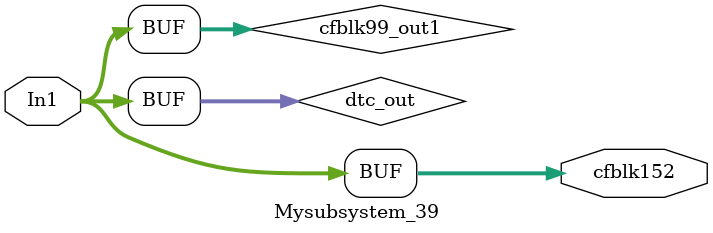
<source format=v>



`timescale 1 ns / 1 ns

module Mysubsystem_39
          (In1,
           cfblk152);


  input   [7:0] In1;  // uint8
  output  [7:0] cfblk152;  // uint8


  wire [7:0] dtc_out;  // ufix8
  wire [7:0] cfblk99_out1;  // uint8


  assign dtc_out = In1;



  assign cfblk99_out1 = dtc_out;



  assign cfblk152 = cfblk99_out1;

endmodule  // Mysubsystem_39


</source>
